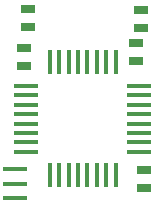
<source format=gtp>
%FSLAX34Y34*%
G04 Gerber Fmt 3.4, Leading zero omitted, Abs format*
G04 (created by PCBNEW (2013-11-28 BZR 4510)-product) date Thu 12 Jun 2014 08:21:47 PM EDT*
%MOIN*%
G01*
G70*
G90*
G04 APERTURE LIST*
%ADD10C,0.005906*%
%ADD11R,0.078700X0.017700*%
%ADD12R,0.017700X0.078700*%
%ADD13R,0.078740X0.015748*%
%ADD14R,0.045000X0.025000*%
G04 APERTURE END LIST*
G54D10*
G54D11*
X50254Y-37193D03*
X50254Y-36878D03*
X50254Y-36563D03*
X50254Y-36248D03*
X50254Y-35933D03*
X50254Y-35618D03*
X50254Y-35303D03*
X50254Y-34988D03*
X54020Y-34990D03*
X54020Y-37200D03*
X54020Y-36880D03*
X54020Y-36560D03*
X54020Y-36250D03*
X54020Y-35930D03*
X54020Y-35620D03*
X54020Y-35300D03*
G54D12*
X51038Y-34200D03*
X51352Y-34200D03*
X51668Y-34200D03*
X51982Y-34200D03*
X52298Y-34200D03*
X52612Y-34200D03*
X52928Y-34200D03*
X53242Y-34200D03*
X51040Y-37980D03*
X51350Y-37980D03*
X51670Y-37980D03*
X51980Y-37980D03*
X52290Y-37980D03*
X52610Y-37980D03*
X52930Y-37980D03*
X53250Y-37980D03*
G54D13*
X49900Y-38722D03*
X49900Y-38250D03*
X49900Y-37777D03*
G54D14*
X50175Y-34325D03*
X50175Y-33725D03*
X54175Y-37800D03*
X54175Y-38400D03*
X54075Y-33050D03*
X54075Y-32450D03*
X50325Y-33025D03*
X50325Y-32425D03*
X53925Y-34150D03*
X53925Y-33550D03*
M02*

</source>
